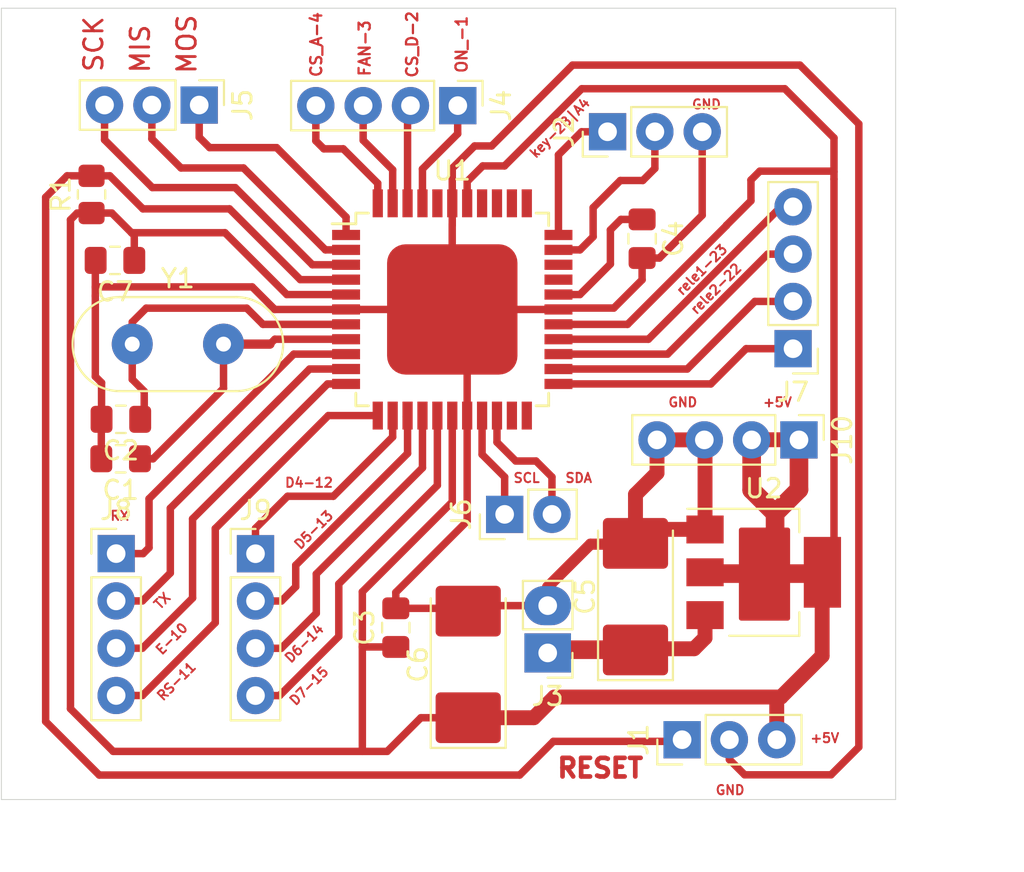
<source format=kicad_pcb>
(kicad_pcb (version 20211014) (generator pcbnew)
  (layers (0 "F.Cu" signal) (31 "B.Cu" signal) (34 "B.Paste" user) (35 "F.Paste" user) (36 "B.SilkS" user "B.Silkscreen") (37 "F.SilkS" user "F.Silkscreen") (38 "B.Mask" user) (39 "F.Mask" user) (44 "Edge.Cuts" user))
  (net 0 "")
  (net 1 "Net-(C1-Pad1)")
  (net 2 "GND")
  (net 3 "Net-(C2-Pad1)")
  (net 4 "+5V")
  (net 5 "Net-(C4-Pad1)")
  (net 6 "+12V")
  (net 7 "Net-(J7-Pad1)")
  (net 8 "RESET")
  (net 9 "Net-(U1-Pad30)")
  (net 10 "Net-(U1-Pad31)")
  (net 11 "Net-(U1-Pad34)")
  (net 12 "Net-(U1-Pad35)")
  (net 13 "Net-(U1-Pad36)")
  (net 14 "Net-(U1-Pad40)")
  (net 15 "Net-(J2-Pad2)")
  (net 16 "Net-(J7-Pad2)")
  (net 17 "Net-(U1-Pad21)")
  (net 18 "Net-(U1-Pad22)")
  (net 19 "Net-(U1-Pad37)")
  (net 20 "/TX")
  (net 21 "/RX")
  (net 22 "/MOSI")
  (net 23 "/MISO")
  (net 24 "/SCK")
  (net 25 "/KEY_-28|A4")
  (net 26 "/CS_A-4")
  (net 27 "/FAN-3")
  (net 28 "/CS_D-2")
  (net 29 "/ON_-1")
  (net 30 "/RELE_2-22")
  (net 31 "/RELE_1-23")
  (net 32 "/RS-11")
  (net 33 "/E-10")
  (net 34 "/D4-12")
  (net 35 "/D5-13")
  (net 36 "/D6-14")
  (net 37 "/D7-15")
  (net 38 "/SCL")
  (net 39 "/SDA")
  (footprint "Capacitor_SMD:C_0805_2012Metric_Pad1.18x1.45mm_HandSolder" (layer "F.Cu") (at 34.3916 -30.1205 -90)
    (fp_text reference "C4" (at 0 -1.68 90) (layer "F.SilkS"))
    (fp_text value "100n")
    (pad "1" smd roundrect locked (at -1.0375 0 270) (size 1.175 1.45) (layers "F.Cu" "F.Paste" "F.Mask") (roundrect_rratio 0.2127659574) (net 5 "Net-(C4-Pad1)"))
    (pad "2" smd roundrect locked (at 1.0375 0 270) (size 1.175 1.45) (layers "F.Cu" "F.Paste" "F.Mask") (roundrect_rratio 0.2127659574) (net 2 "GND"))
  )
  (footprint "Capacitor_SMD:C_0805_2012Metric_Pad1.18x1.45mm_HandSolder" (layer "F.Cu") (at 21.1709 -9.2329 90)
    (fp_text reference "C3" (at 0 -1.68 90) (layer "F.SilkS"))
    (fp_text value "100n")
    (pad "1" smd roundrect locked (at -1.0375 0 90) (size 1.175 1.45) (layers "F.Cu" "F.Paste" "F.Mask") (roundrect_rratio 0.2127659574) (net 4 "+5V"))
    (pad "2" smd roundrect locked (at 1.0375 0 90) (size 1.175 1.45) (layers "F.Cu" "F.Paste" "F.Mask") (roundrect_rratio 0.2127659574) (net 2 "GND"))
  )
  (footprint "Package_TO_SOT_SMD:SOT-223-3_TabPin2" (layer "F.Cu") (at 40.9194 -12.2047)
    (fp_text reference "U2" (at 0 -4.5) (layer "F.SilkS"))
    (fp_text value "AMS1117-5.0")
    (pad "1" smd rect locked (at -3.15 -2.3) (size 2 1.5) (layers "F.Cu" "F.Paste" "F.Mask") (net 2 "GND"))
    (pad "2" smd rect locked (at -3.15 0) (size 2 1.5) (layers "F.Cu" "F.Paste" "F.Mask") (net 4 "+5V"))
    (pad "2" smd rect locked (at 3.15 0) (size 2 3.8) (layers "F.Cu" "F.Paste" "F.Mask") (net 4 "+5V"))
    (pad "3" smd rect locked (at -3.15 2.3) (size 2 1.5) (layers "F.Cu" "F.Paste" "F.Mask") (net 6 "+12V"))
  )
  (footprint "Resistor_SMD:R_0805_2012Metric_Pad1.20x1.40mm_HandSolder" (layer "F.Cu") (at 4.8387 -32.4993 90)
    (fp_text reference "R1" (at 0 -1.65 90) (layer "F.SilkS"))
    (fp_text value "10k")
    (pad "1" smd roundrect locked (at -1 0 90) (size 1.2 1.4) (layers "F.Cu" "F.Paste" "F.Mask") (roundrect_rratio 0.2083325) (net 4 "+5V"))
    (pad "2" smd roundrect locked (at 1 0 90) (size 1.2 1.4) (layers "F.Cu" "F.Paste" "F.Mask") (roundrect_rratio 0.2083325) (net 8 "RESET"))
  )
  (footprint "Connector_PinHeader_2.54mm:PinHeader_1x02_P2.54mm_Vertical" (layer "F.Cu") (at 29.3243 -7.874 180)
    (fp_text reference "J3" (at 0 -2.33) (layer "F.SilkS"))
    (fp_text value "+12")
    (pad "1" thru_hole rect locked (at 0 0 180) (size 2.5 2.1) (drill 1) (layers *.Cu *.Mask) (net 6 "+12V"))
    (pad "2" thru_hole oval locked (at 0 2.54 180) (size 2.5 2.1) (drill 1) (layers *.Cu *.Mask) (net 2 "GND"))
  )
  (footprint "Capacitor_Tantalum_SMD:CP_EIA-7132-20_AVX-U_Pad2.72x3.50mm_HandSolder" (layer "F.Cu") (at 25.0571 -7.2567 90)
    (fp_text reference "C6" (at 0 -2.7 90) (layer "F.SilkS"))
    (fp_text value "47u")
    (pad "1" smd roundrect locked (at -2.8625 0 90) (size 2.725 3.5) (layers "F.Cu" "F.Paste" "F.Mask") (roundrect_rratio 0.09174275229) (net 4 "+5V"))
    (pad "2" smd roundrect locked (at 2.8625 0 90) (size 2.725 3.5) (layers "F.Cu" "F.Paste" "F.Mask") (roundrect_rratio 0.09174275229) (net 2 "GND"))
  )
  (footprint "Capacitor_Tantalum_SMD:CP_EIA-7132-20_AVX-U_Pad2.72x3.50mm_HandSolder" (layer "F.Cu") (at 34.036 -10.8966 90)
    (fp_text reference "C5" (at 0 -2.7 90) (layer "F.SilkS"))
    (fp_text value "47u")
    (pad "1" smd roundrect locked (at -2.8625 0 90) (size 2.725 3.5) (layers "F.Cu" "F.Paste" "F.Mask") (roundrect_rratio 0.09174275229) (net 6 "+12V"))
    (pad "2" smd roundrect locked (at 2.8625 0 90) (size 2.725 3.5) (layers "F.Cu" "F.Paste" "F.Mask") (roundrect_rratio 0.09174275229) (net 2 "GND"))
  )
  (footprint "Package_QFP:TQFP-44_10x10mm_P0.8mm" (layer "F.Cu") (at 24.2018 -26.3222)
    (fp_text reference "U1" (at 0 -7.45) (layer "F.SilkS"))
    (fp_text value "ATmega16A-AU")
    (pad "1" smd rect locked (at -5.7 -4) (size 1.5 0.55) (layers "F.Cu" "F.Paste" "F.Mask") (net 22 "/MOSI"))
    (pad "2" smd rect locked (at -5.7 -3.2) (size 1.5 0.55) (layers "F.Cu" "F.Paste" "F.Mask") (net 23 "/MISO"))
    (pad "3" smd rect locked (at -5.7 -2.4) (size 1.5 0.55) (layers "F.Cu" "F.Paste" "F.Mask") (net 24 "/SCK"))
    (pad "4" smd rect locked (at -5.7 -1.6) (size 1.5 0.55) (layers "F.Cu" "F.Paste" "F.Mask") (net 8 "RESET"))
    (pad "5" smd rect locked (at -5.7 -0.8) (size 1.5 0.55) (layers "F.Cu" "F.Paste" "F.Mask") (net 4 "+5V"))
    (pad "6" smd rect locked (at -5.7 0) (size 1.5 0.55) (layers "F.Cu" "F.Paste" "F.Mask") (net 2 "GND"))
    (pad "7" smd rect locked (at -5.7 0.8) (size 1.5 0.55) (layers "F.Cu" "F.Paste" "F.Mask") (net 3 "Net-(C2-Pad1)"))
    (pad "8" smd rect locked (at -5.7 1.6) (size 1.5 0.55) (layers "F.Cu" "F.Paste" "F.Mask") (net 1 "Net-(C1-Pad1)"))
    (pad "9" smd rect locked (at -5.7 2.4) (size 1.5 0.55) (layers "F.Cu" "F.Paste" "F.Mask") (net 21 "/RX"))
    (pad "10" smd rect locked (at -5.7 3.2) (size 1.5 0.55) (layers "F.Cu" "F.Paste" "F.Mask") (net 20 "/TX"))
    (pad "11" smd rect locked (at -5.7 4) (size 1.5 0.55) (layers "F.Cu" "F.Paste" "F.Mask") (net 33 "/E-10"))
    (pad "12" smd rect locked (at -4 5.7 90) (size 1.5 0.55) (layers "F.Cu" "F.Paste" "F.Mask") (net 32 "/RS-11"))
    (pad "13" smd rect locked (at -3.2 5.7 90) (size 1.5 0.55) (layers "F.Cu" "F.Paste" "F.Mask") (net 34 "/D4-12"))
    (pad "14" smd rect locked (at -2.4 5.7 90) (size 1.5 0.55) (layers "F.Cu" "F.Paste" "F.Mask") (net 35 "/D5-13"))
    (pad "15" smd rect locked (at -1.6 5.7 90) (size 1.5 0.55) (layers "F.Cu" "F.Paste" "F.Mask") (net 36 "/D6-14"))
    (pad "16" smd rect locked (at -0.8 5.7 90) (size 1.5 0.55) (layers "F.Cu" "F.Paste" "F.Mask") (net 37 "/D7-15"))
    (pad "17" smd rect locked (at 0 5.7 90) (size 1.5 0.55) (layers "F.Cu" "F.Paste" "F.Mask") (net 4 "+5V"))
    (pad "18" smd rect locked (at 0.8 5.7 90) (size 1.5 0.55) (layers "F.Cu" "F.Paste" "F.Mask") (net 2 "GND"))
    (pad "19" smd rect locked (at 1.6 5.7 90) (size 1.5 0.55) (layers "F.Cu" "F.Paste" "F.Mask") (net 38 "/SCL"))
    (pad "20" smd rect locked (at 2.4 5.7 90) (size 1.5 0.55) (layers "F.Cu" "F.Paste" "F.Mask") (net 39 "/SDA"))
    (pad "21" smd rect locked (at 3.2 5.7 90) (size 1.5 0.55) (layers "F.Cu" "F.Paste" "F.Mask") (net 17 "Net-(U1-Pad21)"))
    (pad "22" smd rect locked (at 4 5.7 90) (size 1.5 0.55) (layers "F.Cu" "F.Paste" "F.Mask") (net 18 "Net-(U1-Pad22)"))
    (pad "23" smd rect locked (at 5.7 4) (size 1.5 0.55) (layers "F.Cu" "F.Paste" "F.Mask") (net 7 "Net-(J7-Pad1)"))
    (pad "24" smd rect locked (at 5.7 3.2) (size 1.5 0.55) (layers "F.Cu" "F.Paste" "F.Mask") (net 16 "Net-(J7-Pad2)"))
    (pad "25" smd rect locked (at 5.7 2.4) (size 1.5 0.55) (layers "F.Cu" "F.Paste" "F.Mask") (net 30 "/RELE_2-22"))
    (pad "26" smd rect locked (at 5.7 1.6) (size 1.5 0.55) (layers "F.Cu" "F.Paste" "F.Mask") (net 31 "/RELE_1-23"))
    (pad "27" smd rect locked (at 5.7 0.8) (size 1.5 0.55) (layers "F.Cu" "F.Paste" "F.Mask") (net 4 "+5V"))
    (pad "28" smd rect locked (at 5.7 0) (size 1.5 0.55) (layers "F.Cu" "F.Paste" "F.Mask") (net 2 "GND"))
    (pad "29" smd rect locked (at 5.7 -0.8) (size 1.5 0.55) (layers "F.Cu" "F.Paste" "F.Mask") (net 5 "Net-(C4-Pad1)"))
    (pad "30" smd rect locked (at 5.7 -1.6) (size 1.5 0.55) (layers "F.Cu" "F.Paste" "F.Mask") (net 9 "Net-(U1-Pad30)"))
    (pad "31" smd rect locked (at 5.7 -2.4) (size 1.5 0.55) (layers "F.Cu" "F.Paste" "F.Mask") (net 10 "Net-(U1-Pad31)"))
    (pad "32" smd rect locked (at 5.7 -3.2) (size 1.5 0.55) (layers "F.Cu" "F.Paste" "F.Mask") (net 15 "Net-(J2-Pad2)"))
    (pad "33" smd rect locked (at 5.7 -4) (size 1.5 0.55) (layers "F.Cu" "F.Paste" "F.Mask") (net 25 "/KEY_-28|A4"))
    (pad "34" smd rect locked (at 4 -5.7 90) (size 1.5 0.55) (layers "F.Cu" "F.Paste" "F.Mask") (net 11 "Net-(U1-Pad34)"))
    (pad "35" smd rect locked (at 3.2 -5.7 90) (size 1.5 0.55) (layers "F.Cu" "F.Paste" "F.Mask") (net 12 "Net-(U1-Pad35)"))
    (pad "36" smd rect locked (at 2.4 -5.7 90) (size 1.5 0.55) (layers "F.Cu" "F.Paste" "F.Mask") (net 13 "Net-(U1-Pad36)"))
    (pad "37" smd rect locked (at 1.6 -5.7 90) (size 1.5 0.55) (layers "F.Cu" "F.Paste" "F.Mask") (net 19 "Net-(U1-Pad37)"))
    (pad "38" smd rect locked (at 0.8 -5.7 90) (size 1.5 0.55) (layers "F.Cu" "F.Paste" "F.Mask") (net 4 "+5V"))
    (pad "39" smd rect locked (at 0 -5.7 90) (size 1.5 0.55) (layers "F.Cu" "F.Paste" "F.Mask") (net 2 "GND"))
    (pad "40" smd rect locked (at -0.8 -5.7 90) (size 1.5 0.55) (layers "F.Cu" "F.Paste" "F.Mask") (net 14 "Net-(U1-Pad40)"))
    (pad "41" smd rect locked (at -1.6 -5.7 90) (size 1.5 0.55) (layers "F.Cu" "F.Paste" "F.Mask") (net 29 "/ON_-1"))
    (pad "42" smd rect locked (at -2.4 -5.7 90) (size 1.5 0.55) (layers "F.Cu" "F.Paste" "F.Mask") (net 28 "/CS_D-2"))
    (pad "43" smd rect locked (at -3.2 -5.7 90) (size 1.5 0.55) (layers "F.Cu" "F.Paste" "F.Mask") (net 27 "/FAN-3"))
    (pad "44" smd rect locked (at -4 -5.7 90) (size 1.5 0.55) (layers "F.Cu" "F.Paste" "F.Mask") (net 26 "/CS_A-4"))
  )
  (footprint "Connector_PinHeader_2.54mm:PinHeader_1x04_P2.54mm_Vertical" (layer "F.Cu") (at 24.4983 -37.2693 -90)
    (fp_text reference "J4" (at 0 -2.33 90) (layer "F.SilkS"))
    (fp_text value "CS_FAN_ONOFF")
    (pad "1" thru_hole rect locked (at 0 0 270) (size 2 2) (drill 1) (layers *.Cu *.Mask) (net 29 "/ON_-1"))
    (pad "2" thru_hole oval locked (at 0 2.54 270) (size 2 2) (drill 1) (layers *.Cu *.Mask) (net 28 "/CS_D-2"))
    (pad "3" thru_hole oval locked (at 0 5.08 270) (size 2 2) (drill 1) (layers *.Cu *.Mask) (net 27 "/FAN-3"))
    (pad "4" thru_hole oval locked (at 0 7.62 270) (size 2 2) (drill 1) (layers *.Cu *.Mask) (net 26 "/CS_A-4"))
  )
  (footprint "Connector_PinHeader_2.54mm:PinHeader_1x02_P2.54mm_Vertical" (layer "F.Cu") (at 27.0129 -15.3162 90)
    (fp_text reference "J6" (at 0 -2.33 90) (layer "F.SilkS"))
    (fp_text value "I2C")
    (pad "1" thru_hole rect locked (at 0 0 90) (size 2 2) (drill 1) (layers *.Cu *.Mask) (net 38 "/SCL"))
    (pad "2" thru_hole oval locked (at 0 2.54 90) (size 2 2) (drill 1) (layers *.Cu *.Mask) (net 39 "/SDA"))
  )
  (footprint "Connector_PinHeader_2.54mm:PinHeader_1x04_P2.54mm_Vertical" (layer "F.Cu") (at 42.4942 -24.2137 180)
    (fp_text reference "J7" (at 0 -2.33) (layer "F.SilkS"))
    (fp_text value "RELE_T")
    (pad "1" thru_hole rect locked (at 0 0 180) (size 2 2) (drill 1) (layers *.Cu *.Mask) (net 7 "Net-(J7-Pad1)"))
    (pad "2" thru_hole oval locked (at 0 2.54 180) (size 2 2) (drill 1) (layers *.Cu *.Mask) (net 16 "Net-(J7-Pad2)"))
    (pad "3" thru_hole oval locked (at 0 5.08 180) (size 2 2) (drill 1) (layers *.Cu *.Mask) (net 30 "/RELE_2-22"))
    (pad "4" thru_hole oval locked (at 0 7.62 180) (size 2 2) (drill 1) (layers *.Cu *.Mask) (net 31 "/RELE_1-23"))
  )
  (footprint "Connector_PinHeader_2.54mm:PinHeader_1x04_P2.54mm_Vertical" (layer "F.Cu") (at 6.1595 -13.208)
    (fp_text reference "J8" (at 0 -2.33) (layer "F.SilkS"))
    (fp_text value "RxTx/Display_1")
    (pad "1" thru_hole rect locked (at 0 0) (size 2 2) (drill 1) (layers *.Cu *.Mask) (net 21 "/RX"))
    (pad "2" thru_hole oval locked (at 0 2.54) (size 2 2) (drill 1) (layers *.Cu *.Mask) (net 20 "/TX"))
    (pad "3" thru_hole oval locked (at 0 5.08) (size 2 2) (drill 1) (layers *.Cu *.Mask) (net 33 "/E-10"))
    (pad "4" thru_hole oval locked (at 0 7.62) (size 2 2) (drill 1) (layers *.Cu *.Mask) (net 32 "/RS-11"))
  )
  (footprint "Connector_PinHeader_2.54mm:PinHeader_1x04_P2.54mm_Vertical" (layer "F.Cu") (at 42.8117 -19.3167 -90)
    (fp_text reference "J10" (at 0 -2.33 90) (layer "F.SilkS"))
    (fp_text value "+5_GND")
    (pad "1" thru_hole rect locked (at 0 0 270) (size 2 2) (drill 1) (layers *.Cu *.Mask) (net 4 "+5V"))
    (pad "2" thru_hole oval locked (at 0 2.54 270) (size 2 2) (drill 1) (layers *.Cu *.Mask) (net 4 "+5V"))
    (pad "3" thru_hole oval locked (at 0 5.08 270) (size 2 2) (drill 1) (layers *.Cu *.Mask) (net 2 "GND"))
    (pad "4" thru_hole oval locked (at 0 7.62 270) (size 2 2) (drill 1) (layers *.Cu *.Mask) (net 2 "GND"))
  )
  (footprint "Connector_PinHeader_2.54mm:PinHeader_1x03_P2.54mm_Vertical" (layer "F.Cu") (at 10.6172 -37.2999 -90)
    (fp_text reference "J5" (at 0 -2.33 90) (layer "F.SilkS"))
    (fp_text value "SPI")
    (pad "1" thru_hole rect locked (at 0 0 270) (size 2 2) (drill 1) (layers *.Cu *.Mask) (net 22 "/MOSI"))
    (pad "2" thru_hole oval locked (at 0 2.54 270) (size 2 2) (drill 1) (layers *.Cu *.Mask) (net 23 "/MISO"))
    (pad "3" thru_hole oval locked (at 0 5.08 270) (size 2 2) (drill 1) (layers *.Cu *.Mask) (net 24 "/SCK"))
  )
  (footprint "Connector_PinHeader_2.54mm:PinHeader_1x03_P2.54mm_Vertical" (layer "F.Cu") (at 36.5379 -3.2131 90)
    (fp_text reference "J1" (at 0 -2.33 90) (layer "F.SilkS"))
    (fp_text value "RESET")
    (pad "1" thru_hole rect locked (at 0 0 90) (size 2 2) (drill 1) (layers *.Cu *.Mask) (net 8 "RESET"))
    (pad "2" thru_hole oval locked (at 0 2.54 90) (size 2 2) (drill 1) (layers *.Cu *.Mask) (net 2 "GND"))
    (pad "3" thru_hole oval locked (at 0 5.08 90) (size 2 2) (drill 1) (layers *.Cu *.Mask) (net 4 "+5V"))
  )
  (footprint "Connector_PinHeader_2.54mm:PinHeader_1x04_P2.54mm_Vertical" (layer "F.Cu") (at 13.6398 -13.2028)
    (fp_text reference "J9" (at 0 -2.33) (layer "F.SilkS"))
    (fp_text value "Display_2")
    (pad "1" thru_hole rect locked (at 0 0) (size 2 2) (drill 1) (layers *.Cu *.Mask) (net 34 "/D4-12"))
    (pad "2" thru_hole oval locked (at 0 2.54) (size 2 2) (drill 1) (layers *.Cu *.Mask) (net 35 "/D5-13"))
    (pad "3" thru_hole oval locked (at 0 5.08) (size 2 2) (drill 1) (layers *.Cu *.Mask) (net 36 "/D6-14"))
    (pad "4" thru_hole oval locked (at 0 7.62) (size 2 2) (drill 1) (layers *.Cu *.Mask) (net 37 "/D7-15"))
  )
  (footprint "Connector_PinHeader_2.54mm:PinHeader_1x03_P2.54mm_Vertical" (layer "F.Cu") (at 32.5374 -35.8648 90)
    (fp_text reference "J2" (at 0 -2.33 90) (layer "F.SilkS"))
    (fp_text value "Analog")
    (pad "1" thru_hole rect locked (at 0 0 90) (size 2 2) (drill 1) (layers *.Cu *.Mask) (net 25 "/KEY_-28|A4"))
    (pad "2" thru_hole oval locked (at 0 2.54 90) (size 2 2) (drill 1) (layers *.Cu *.Mask) (net 15 "Net-(J2-Pad2)"))
    (pad "3" thru_hole oval locked (at 0 5.08 90) (size 2 2) (drill 1) (layers *.Cu *.Mask) (net 2 "GND"))
  )
  (footprint "Capacitor_SMD:C_0805_2012Metric_Pad1.18x1.45mm_HandSolder" (layer "F.Cu") (at 6.096 -28.956 180)
    (fp_text reference "C7" (at 0 -1.68) (layer "F.SilkS"))
    (fp_text value "100n")
    (pad "1" smd roundrect locked (at -1.0375 0 180) (size 1.175 1.45) (layers "F.Cu" "F.Paste" "F.Mask") (roundrect_rratio 0.2127659574) (net 4 "+5V"))
    (pad "2" smd roundrect locked (at 1.0375 0 180) (size 1.175 1.45) (layers "F.Cu" "F.Paste" "F.Mask") (roundrect_rratio 0.2127659574) (net 2 "GND"))
  )
  (footprint "Capacitor_SMD:C_0805_2012Metric_Pad1.18x1.45mm_HandSolder" (layer "F.Cu") (at 6.4008 -18.3007 180)
    (fp_text reference "C1" (at 0 -1.68) (layer "F.SilkS"))
    (fp_text value "20p")
    (pad "1" smd roundrect locked (at -1.0375 0 180) (size 1.175 1.45) (layers "F.Cu" "F.Paste" "F.Mask") (roundrect_rratio 0.2127659574) (net 1 "Net-(C1-Pad1)"))
    (pad "2" smd roundrect locked (at 1.0375 0 180) (size 1.175 1.45) (layers "F.Cu" "F.Paste" "F.Mask") (roundrect_rratio 0.2127659574) (net 2 "GND"))
  )
  (footprint "Capacitor_SMD:C_0805_2012Metric_Pad1.18x1.45mm_HandSolder" (layer "F.Cu") (at 6.4135 -20.4216 180)
    (fp_text reference "C2" (at 0 -1.68) (layer "F.SilkS"))
    (fp_text value "20p")
    (pad "1" smd roundrect locked (at -1.0375 0 180) (size 1.175 1.45) (layers "F.Cu" "F.Paste" "F.Mask") (roundrect_rratio 0.2127659574) (net 3 "Net-(C2-Pad1)"))
    (pad "2" smd roundrect locked (at 1.0375 0 180) (size 1.175 1.45) (layers "F.Cu" "F.Paste" "F.Mask") (roundrect_rratio 0.2127659574) (net 2 "GND"))
  )
  (footprint "Crystal:Crystal_HC18-U_Vertical" (layer "F.Cu") (at 7.0231 -24.4602)
    (fp_text reference "Y1" (at 2.45 -3.525) (layer "F.SilkS"))
    (fp_text value "Crystal")
    (pad "1" thru_hole circle locked (at 0 0) (size 2.2 2.2) (drill 0.8) (layers *.Cu *.Mask) (net 3 "Net-(C2-Pad1)"))
    (pad "2" thru_hole circle locked (at 4.9 0) (size 2.2 2.2) (drill 0.8) (layers *.Cu *.Mask) (net 1 "Net-(C1-Pad1)"))
  )
  (gr_line (start 0 -42.5) (end 48 -42.5) (layer "Edge.Cuts") (width 0.05))
  (gr_line (start 48 0) (end 48 -42.5) (layer "Edge.Cuts") (width 0.05))
  (gr_line (start 0 -42.5) (end 0 0) (layer "Edge.Cuts") (width 0.05))
  (gr_line (start 0 0) (end 48 0) (layer "Edge.Cuts") (width 0.05))
  (gr_text "MOS" (at 9.9518 -40.5722 90) (layer "F.Cu") (effects (font (size 1 1))))
  (gr_text "CS_D-2\n" (at 22.0472 -40.5586 90) (layer "F.Cu") (effects (font (size 0.6 0.6) (thickness 0.12))))
  (gr_text "ON_-1" (at 24.7015 -40.5586 90) (layer "F.Cu") (effects (font (size 0.6 0.6) (thickness 0.12))))
  (gr_text "GND" (at 37.846 -37.338) (layer "F.Cu") (effects (font (size 0.5 0.5) (thickness 0.1))))
  (gr_text "GND" (at 36.576 -21.336) (layer "F.Cu") (effects (font (size 0.5 0.5) (thickness 0.1))))
  (gr_text "+5V" (at 41.656 -21.336) (layer "F.Cu") (effects (font (size 0.5 0.5) (thickness 0.1))))
  (gr_text "+5V" (at 44.196 -3.302) (layer "F.Cu") (effects (font (size 0.5 0.5) (thickness 0.1))))
  (gr_text "D7-15" (at 16.51 -6.096 45) (layer "F.Cu") (effects (font (size 0.5 0.5) (thickness 0.1))))
  (gr_text "RS-11" (at 9.398 -6.35 45) (layer "F.Cu") (effects (font (size 0.5 0.5) (thickness 0.1))))
  (gr_text "E-10" (at 9.144 -8.636 45) (layer "F.Cu") (effects (font (size 0.5 0.5) (thickness 0.1))))
  (gr_text "D6-14" (at 16.256 -8.382 45) (layer "F.Cu") (effects (font (size 0.5 0.5) (thickness 0.1))))
  (gr_text "D5-13" (at 16.764 -14.478 45) (layer "F.Cu") (effects (font (size 0.5 0.5) (thickness 0.1))))
  (gr_text "TX" (at 8.636 -10.668 45) (layer "F.Cu") (effects (font (size 0.5 0.5) (thickness 0.1))))
  (gr_text "RX" (at 6.35 -15.24) (layer "F.Cu") (effects (font (size 0.5 0.5) (thickness 0.1))))
  (gr_text "rele1-23" (at 37.592 -28.448 45) (layer "F.Cu") (effects (font (size 0.5 0.5) (thickness 0.1))))
  (gr_text "rele2-22" (at 38.354 -27.432 45) (layer "F.Cu") (effects (font (size 0.5 0.5) (thickness 0.1))))
  (gr_text "MIS" (at 7.4518 -40.3222 90) (layer "F.Cu") (effects (font (size 1 1))))
  (gr_text "key-28|A4" (at 29.972 -36.068 45) (layer "F.Cu") (effects (font (size 0.5 0.5) (thickness 0.1))))
  (gr_text "CS_A-4\n" (at 16.9 -40.55 90) (layer "F.Cu") (effects (font (size 0.6 0.6) (thickness 0.12))))
  (gr_text "SDA" (at 30.988 -17.272) (layer "F.Cu") (effects (font (size 0.5 0.5) (thickness 0.1))))
  (gr_text "SCK" (at 4.9518 -40.5722 90) (layer "F.Cu") (effects (font (size 1 1))))
  (gr_text "SCL" (at 28.194 -17.272) (layer "F.Cu") (effects (font (size 0.5 0.5) (thickness 0.1))))
  (gr_text "FAN-3" (at 19.5 -40.35 90) (layer "F.Cu") (effects (font (size 0.6 0.6) (thickness 0.12))))
  (gr_text "D4-12" (at 16.51 -17.018) (layer "F.Cu") (effects (font (size 0.5 0.5) (thickness 0.1))))
  (gr_text "GND" (at 39.116 -0.508) (layer "F.Cu") (effects (font (size 0.5 0.5) (thickness 0.1))))
  (gr_text "RESET" (at 32.1437 -1.6891) (layer "F.Cu") (effects (font (size 1 1) (thickness 0.25))))
  (segment (start 8.1407 -18.3007) (end 11.9231 -22.0831) (width 0.4) (layer "F.Cu") (net 1))
  (segment (start 18.5018 -24.7222) (end 14.6765 -24.7222) (width 0.4) (layer "F.Cu") (net 1))
  (segment (start 12.1851 -24.7222) (end 11.9231 -24.4602) (width 0.4) (layer "F.Cu") (net 1))
  (segment (start 14.4145 -24.4602) (end 11.9231 -24.4602) (width 0.5) (layer "F.Cu") (net 1))
  (segment (start 7.4383 -18.3007) (end 8.1407 -18.3007) (width 0.4) (layer "F.Cu") (net 1))
  (segment (start 11.9231 -22.0831) (end 11.9231 -24.4602) (width 0.4) (layer "F.Cu") (net 1))
  (segment (start 14.6765 -24.7222) (end 14.4145 -24.4602) (width 0.4) (layer "F.Cu") (net 1))
  (segment (start 25.0018 -26.234) (end 25.09 -26.3222) (width 0.4) (layer "F.Cu") (net 2))
  (segment (start 18.5018 -26.3222) (end 24.1992 -26.3222) (width 0.4) (layer "F.Cu") (net 2))
  (segment (start 24.2018 -30.8722) (end 24.1992 -30.8696) (width 0.4) (layer "F.Cu") (net 2))
  (segment (start 25.09 -26.3222) (end 29.9018 -26.3222) (width 0.4) (layer "F.Cu") (net 2))
  (segment (start 24.1992 -30.8696) (end 24.1992 -26.3222) (width 0.4) (layer "F.Cu") (net 2))
  (segment (start 24.1992 -26.3222) (end 25.09 -26.3222) (width 0.4) (layer "F.Cu") (net 2))
  (segment (start 25.0018 -20.6222) (end 25.0018 -26.234) (width 0.4) (layer "F.Cu") (net 2))
  (segment (start 24.2018 -32.0222) (end 24.2018 -30.8722) (width 0.4) (layer "F.Cu") (net 2))
  (segment (start 37.7694 -19.279) (end 37.7317 -19.3167) (width 0.8) (layer "F.Cu") (net 2))
  (segment (start 35.1917 -17.5387) (end 35.1917 -19.3167) (width 0.8) (layer "F.Cu") (net 2))
  (segment (start 21.1709 -11.1252) (end 21.1709 -10.2704) (width 0.4) (layer "F.Cu") (net 2))
  (segment (start 39.0779 -2.1463) (end 39.0779 -3.2131) (width 0.4) (layer "F.Cu") (net 2))
  (segment (start 5.0546 -27.5336) (end 5.0419 -27.5209) (width 0.4) (layer "F.Cu") (net 2))
  (segment (start 29.3243 -10.414) (end 29.3243 -11.4173) (width 0.6) (layer "F.Cu") (net 2))
  (segment (start 24.2018 -33.9046) (end 25.4 -35.1028) (width 0.4) (layer "F.Cu") (net 2))
  (segment (start 35.7017 -14.5102) (end 35.0139 -13.8224) (width 0.4) (layer "F.Cu") (net 2))
  (segment (start 29.9018 -26.3222) (end 29.9018 -26.3331) (width 0.4) (layer "F.Cu") (net 2))
  (segment (start 5.0419 -22.7203) (end 5.376 -22.3862) (width 0.4) (layer "F.Cu") (net 2))
  (segment (start 34.3916 -27.9146) (end 34.3916 -29.083) (width 0.4) (layer "F.Cu") (net 2))
  (segment (start 34.3916 -29.083) (end 35.3187 -29.083) (width 0.4) (layer "F.Cu") (net 2))
  (segment (start 30.461199 -26.397199) (end 32.874199 -26.397199) (width 0.4) (layer "F.Cu") (net 2))
  (segment (start 5.0419 -27.051) (end 5.0419 -22.7203) (width 0.4) (layer "F.Cu") (net 2))
  (segment (start 29.3243 -10.414) (end 25.3519 -10.414) (width 0.4) (layer "F.Cu") (net 2))
  (segment (start 30.3862 -26.3222) (end 30.461199 -26.397199) (width 0.4) (layer "F.Cu") (net 2))
  (segment (start 25.0018 -14.9561) (end 21.1709 -11.1252) (width 0.4) (layer "F.Cu") (net 2))
  (segment (start 32.874199 -26.397199) (end 34.3916 -27.9146) (width 0.4) (layer "F.Cu") (net 2))
  (segment (start 39.8959 -1.3283) (end 39.0779 -2.1463) (width 0.4) (layer "F.Cu") (net 2))
  (segment (start 5.376 -20.4216) (end 5.4483 -20.4939) (width 0.4) (layer "F.Cu") (net 2))
  (segment (start 18.5018 -26.3222) (end 14.6734 -26.3222) (width 0.4) (layer "F.Cu") (net 2))
  (segment (start 24.2018 -32.0222) (end 24.2018 -33.9046) (width 0.4) (layer "F.Cu") (net 2))
  (segment (start 14.6734 -26.3222) (end 13.462 -27.5336) (width 0.4) (layer "F.Cu") (net 2))
  (segment (start 37.7317 -19.3167) (end 35.1917 -19.3167) (width 0.8) (layer "F.Cu") (net 2))
  (segment (start 35.7017 -14.5102) (end 37.7639 -14.5102) (width 0.8) (layer "F.Cu") (net 2))
  (segment (start 35.3187 -29.083) (end 37.6174 -31.3817) (width 0.4) (layer "F.Cu") (net 2))
  (segment (start 25.4 -35.1028) (end 26.3144 -35.1028) (width 0.4) (layer "F.Cu") (net 2))
  (segment (start 5.3633 -18.3007) (end 5.3633 -20.4089) (width 0.4) (layer "F.Cu") (net 2))
  (segment (start 34.9075 -13.716) (end 35.0139 -13.8224) (width 0.6) (layer "F.Cu") (net 2))
  (segment (start 26.3144 -35.1028) (end 30.6578 -39.4462) (width 0.4) (layer "F.Cu") (net 2))
  (segment (start 24.9059 -10.2704) (end 25.0571 -10.1192) (width 0.4) (layer "F.Cu") (net 2))
  (segment (start 37.7639 -14.5102) (end 37.7694 -14.5047) (width 0.8) (layer "F.Cu") (net 2))
  (segment (start 30.6578 -39.4462) (end 42.8625 -39.4462) (width 0.4) (layer "F.Cu") (net 2))
  (segment (start 25.0018 -20.6222) (end 25.0018 -14.9561) (width 0.4) (layer "F.Cu") (net 2))
  (segment (start 44.5337 -1.3283) (end 39.8959 -1.3283) (width 0.4) (layer "F.Cu") (net 2))
  (segment (start 42.8625 -39.4462) (end 46.0248 -36.2839) (width 0.4) (layer "F.Cu") (net 2))
  (segment (start 5.376 -22.3862) (end 5.376 -20.4216) (width 0.4) (layer "F.Cu") (net 2))
  (segment (start 34.036 -13.7591) (end 34.036 -16.383) (width 0.8) (layer "F.Cu") (net 2))
  (segment (start 5.0419 -27.051) (end 5.0419 -28.9394) (width 0.4) (layer "F.Cu") (net 2))
  (segment (start 46.0248 -2.8194) (end 44.5337 -1.3283) (width 0.4) (layer "F.Cu") (net 2))
  (segment (start 34.036 -16.383) (end 35.1917 -17.5387) (width 0.8) (layer "F.Cu") (net 2))
  (segment (start 21.1709 -10.2704) (end 24.9059 -10.2704) (width 0.4) (layer "F.Cu") (net 2))
  (segment (start 46.0248 -36.2839) (end 46.0248 -2.8194) (width 0.4) (layer "F.Cu") (net 2))
  (segment (start 5.0419 -28.9394) (end 5.0585 -28.956) (width 0.4) (layer "F.Cu") (net 2))
  (segment (start 29.3243 -11.4173) (end 31.623 -13.716) (width 0.6) (layer "F.Cu") (net 2))
  (segment (start 13.462 -27.5336) (end 5.0546 -27.5336) (width 0.4) (layer "F.Cu") (net 2))
  (segment (start 29.9018 -26.3222) (end 30.3862 -26.3222) (width 0.4) (layer "F.Cu") (net 2))
  (segment (start 37.7694 -14.5047) (end 37.7694 -19.279) (width 0.8) (layer "F.Cu") (net 2))
  (segment (start 37.6174 -31.3817) (end 37.6174 -35.8648) (width 0.4) (layer "F.Cu") (net 2))
  (segment (start 29.9018 -26.3331) (end 29.965899 -26.397199) (width 0.4) (layer "F.Cu") (net 2))
  (segment (start 25.3519 -10.414) (end 25.0571 -10.1192) (width 0.4) (layer "F.Cu") (net 2))
  (segment (start 31.623 -13.716) (end 34.9075 -13.716) (width 0.6) (layer "F.Cu") (net 2))
  (segment (start 7.7724 -26.3906) (end 7.0231 -25.6413) (width 0.4) (layer "F.Cu") (net 3))
  (segment (start 14.0383 -25.5222) (end 13.1699 -26.3906) (width 0.4) (layer "F.Cu") (net 3))
  (segment (start 7.6669 -21.9241) (end 7.0231 -22.5679) (width 0.4) (layer "F.Cu") (net 3))
  (segment (start 7.0231 -22.5679) (end 7.0231 -24.4602) (width 0.4) (layer "F.Cu") (net 3))
  (segment (start 7.6669 -20.5359) (end 7.6669 -21.9241) (width 0.4) (layer "F.Cu") (net 3))
  (segment (start 13.1699 -26.3906) (end 7.7724 -26.3906) (width 0.4) (layer "F.Cu") (net 3))
  (segment (start 7.0231 -25.6413) (end 7.0231 -24.4602) (width 0.4) (layer "F.Cu") (net 3))
  (segment (start 18.5018 -25.5222) (end 14.0383 -25.5222) (width 0.4) (layer "F.Cu") (net 3))
  (segment (start 22.5171 -4.3942) (end 20.7085 -2.5856) (width 0.4) (layer "F.Cu") (net 4))
  (segment (start 28.575 -4.3942) (end 29.6868 -5.506) (width 0.8) (layer "F.Cu") (net 4))
  (segment (start 41.8459 -5.506) (end 44.0563 -7.7164) (width 0.8) (layer "F.Cu") (net 4))
  (segment (start 41.7634 -5.506) (end 41.8459 -5.506) (width 0.8) (layer "F.Cu") (net 4))
  (segment (start 25.0571 -4.3942) (end 28.575 -4.3942) (width 0.8) (layer "F.Cu") (net 4))
  (segment (start 40.2717 -19.3167) (end 40.2717 -16.6243) (width 1) (layer "F.Cu") (net 4))
  (segment (start 41.6179 -5.3605) (end 41.6179 -3.2131) (width 0.8) (layer "F.Cu") (net 4))
  (segment (start 29.6868 -5.506) (end 41.8459 -5.506) (width 0.8) (layer "F.Cu") (net 4))
  (segment (start 33.6121 -25.5222) (end 38.9203 -30.8304) (width 0.4) (layer "F.Cu") (net 4))
  (segment (start 24.2018 -15.9849) (end 19.375 -11.1581) (width 0.4) (layer "F.Cu") (net 4))
  (segment (start 29.9018 -25.5222) (end 33.6121 -25.5222) (width 0.4) (layer "F.Cu") (net 4))
  (segment (start 42.8048 -19.3236) (end 40.2786 -19.3236) (width 0.8) (layer "F.Cu") (net 4))
  (segment (start 42.8117 -16.6497) (end 42.8117 -19.3167) (width 1) (layer "F.Cu") (net 4))
  (segment (start 44.0694 -12.2047) (end 44.6913 -12.8266) (width 0.4) (layer "F.Cu") (net 4))
  (segment (start 25.0571 -4.3942) (end 22.5171 -4.3942) (width 0.4) (layer "F.Cu") (net 4))
  (segment (start 41.529 -15.367) (end 41.529 -12.192) (width 1) (layer "F.Cu") (net 4))
  (segment (start 44.6602 -33.7496) (end 44.6913 -33.7185) (width 0.4) (layer "F.Cu") (net 4))
  (segment (start 24.2018 -20.6222) (end 24.2018 -15.9849) (width 0.4) (layer "F.Cu") (net 4))
  (segment (start 44.0563 -12.1916) (end 44.0694 -12.2047) (width 0.8) (layer "F.Cu") (net 4))
  (segment (start 15.3212 -27.1222) (end 18.5018 -27.1222) (width 0.4) (layer "F.Cu") (net 4))
  (segment (start 25.0018 -33.1933) (end 25.0018 -32.0222) (width 0.4) (layer "F.Cu") (net 4))
  (segment (start 44.0563 -7.7164) (end 44.0563 -12.1916) (width 0.8) (layer "F.Cu") (net 4))
  (segment (start 38.9203 -30.8304) (end 38.9203 -30.8431) (width 0.4) (layer "F.Cu") (net 4))
  (segment (start 40.2336 -32.1564) (end 40.2336 -33.274) (width 0.4) (layer "F.Cu") (net 4))
  (segment (start 41.529 -15.367) (end 42.8117 -16.6497) (width 1) (layer "F.Cu") (net 4))
  (segment (start 25.8393 -34.0308) (end 25.0018 -33.1933) (width 0.4) (layer "F.Cu") (net 4))
  (segment (start 40.2786 -19.3236) (end 40.2717 -19.3167) (width 0.8) (layer "F.Cu") (net 4))
  (segment (start 41.7634 -5.506) (end 41.6179 -5.3605) (width 0.8) (layer "F.Cu") (net 4))
  (segment (start 44.6913 -12.8266) (end 44.6913 -33.3235) (width 0.4) (layer "F.Cu") (net 4))
  (segment (start 20.7085 -2.5856) (end 5.9996 -2.5856) (width 0.4) (layer "F.Cu") (net 4))
  (segment (start 5.9276 -31.4993) (end 6.985 -30.4419) (width 0.4) (layer "F.Cu") (net 4))
  (segment (start 43.9987 -12.134) (end 44.0694 -12.2047) (width 1) (layer "F.Cu") (net 4))
  (segment (start 3.7084 -31.1404) (end 4.0673 -31.4993) (width 0.4) (layer "F.Cu") (net 4))
  (segment (start 38.9203 -30.8431) (end 40.2336 -32.1564) (width 0.4) (layer "F.Cu") (net 4))
  (segment (start 19.375 -11.1581) (end 19.375 -8.199) (width 0.4) (layer "F.Cu") (net 4))
  (segment (start 40.2336 -33.274) (end 40.7092 -33.7496) (width 0.4) (layer "F.Cu") (net 4))
  (segment (start 37.8401 -12.134) (end 43.9987 -12.134) (width 1) (layer "F.Cu") (net 4))
  (segment (start 4.0673 -31.4993) (end 4.8387 -31.4993) (width 0.4) (layer "F.Cu") (net 4))
  (segment (start 44.6913 -33.3235) (end 44.6913 -35.5346) (width 0.4) (layer "F.Cu") (net 4))
  (segment (start 21.1709 -8.1954) (end 19.3786 -8.1954) (width 0.4) (layer "F.Cu") (net 4))
  (segment (start 40.2717 -16.6243) (end 41.529 -15.367) (width 1) (layer "F.Cu") (net 4))
  (segment (start 3.7084 -4.8768) (end 3.7084 -31.1404) (width 0.4) (layer "F.Cu") (net 4))
  (segment (start 19.375 -8.199) (end 19.375 -2.5856) (width 0.4) (layer "F.Cu") (net 4))
  (segment (start 6.985 -30.4419) (end 12.0015 -30.4419) (width 0.4) (layer "F.Cu") (net 4))
  (segment (start 7.1335 -30.2934) (end 6.985 -30.4419) (width 0.4) (layer "F.Cu") (net 4))
  (segment (start 5.9996 -2.5856) (end 3.7084 -4.8768) (width 0.4) (layer "F.Cu") (net 4))
  (segment (start 19.3786 -8.1954) (end 19.375 -8.199) (width 0.4) (layer "F.Cu") (net 4))
  (segment (start 42.8117 -19.3167) (end 42.8048 -19.3236) (width 0.8) (layer "F.Cu") (net 4))
  (segment (start 42.0497 -38.1762) (end 31.1531 -38.1762) (width 0.4) (layer "F.Cu") (net 4))
  (segment (start 40.7092 -33.7496) (end 44.6602 -33.7496) (width 0.4) (layer "F.Cu") (net 4))
  (segment (start 41.529 -12.192) (end 41.471 -12.134) (width 1) (layer "F.Cu") (net 4))
  (segment (start 44.6913 -35.5346) (end 42.0497 -38.1762) (width 0.4) (layer "F.Cu") (net 4))
  (segment (start 7.1335 -28.956) (end 7.1335 -30.2934) (width 0.4) (layer "F.Cu") (net 4))
  (segment (start 27.0077 -34.0308) (end 25.8393 -34.0308) (width 0.4) (layer "F.Cu") (net 4))
  (segment (start 31.1531 -38.1762) (end 27.0077 -34.0308) (width 0.4) (layer "F.Cu") (net 4))
  (segment (start 37.7694 -12.2047) (end 37.8401 -12.134) (width 1) (layer "F.Cu") (net 4))
  (segment (start 12.0015 -30.4419) (end 15.3212 -27.1222) (width 0.4) (layer "F.Cu") (net 4))
  (segment (start 41.529 -12.711) (end 41.5 -12.682) (width 0.4) (layer "F.Cu") (net 4))
  (segment (start 4.8387 -31.4993) (end 5.9276 -31.4993) (width 0.4) (layer "F.Cu") (net 4))
  (segment (start 32.6898 -30.5943) (end 33.2535 -31.158) (width 0.4) (layer "F.Cu") (net 5))
  (segment (start 33.2535 -31.158) (end 34.3916 -31.158) (width 0.4) (layer "F.Cu") (net 5))
  (segment (start 29.9018 -27.1222) (end 31.0518 -27.1222) (width 0.4) (layer "F.Cu") (net 5))
  (segment (start 32.6898 -28.7602) (end 32.6898 -30.5943) (width 0.4) (layer "F.Cu") (net 5))
  (segment (start 31.0518 -27.1222) (end 32.6898 -28.7602) (width 0.4) (layer "F.Cu") (net 5))
  (segment (start 30.7086 -8.0974) (end 30.6578 -8.0466) (width 0.4) (layer "F.Cu") (net 6))
  (segment (start 37.1804 -8.0974) (end 37.7694 -8.6864) (width 0.8) (layer "F.Cu") (net 6))
  (segment (start 29.4969 -8.0466) (end 34.9631 -8.0466) (width 1) (layer "F.Cu") (net 6))
  (segment (start 29.3243 -7.874) (end 29.4969 -8.0466) (width 1) (layer "F.Cu") (net 6))
  (segment (start 37.7694 -8.6864) (end 37.7694 -9.9047) (width 0.8) (layer "F.Cu") (net 6))
  (segment (start 34.9631 -8.0466) (end 35.0139 -8.0974) (width 0.4) (layer "F.Cu") (net 6))
  (segment (start 35.0139 -8.0974) (end 37.1804 -8.0974) (width 0.8) (layer "F.Cu") (net 6))
  (segment (start 39.9744 -24.2137) (end 42.4942 -24.2137) (width 0.4) (layer "F.Cu") (net 7))
  (segment (start 38.0829 -22.3222) (end 39.9744 -24.2137) (width 0.4) (layer "F.Cu") (net 7))
  (segment (start 29.9018 -22.3222) (end 38.0829 -22.3222) (width 0.4) (layer "F.Cu") (net 7))
  (segment (start 7.5946 -31.7246) (end 5.8199 -33.4993) (width 0.4) (layer "F.Cu") (net 8))
  (segment (start 5.8199 -33.4993) (end 4.8387 -33.4993) (width 0.4) (layer "F.Cu") (net 8))
  (segment (start 12.2436 -31.7246) (end 7.5946 -31.7246) (width 0.4) (layer "F.Cu") (net 8))
  (segment (start 29.6291 -3.1242) (end 36.449 -3.1242) (width 0.4) (layer "F.Cu") (net 8))
  (segment (start 5.2503 -1.3156) (end 27.8205 -1.3156) (width 0.4) (layer "F.Cu") (net 8))
  (segment (start 4.8387 -33.4993) (end 3.5273 -33.4993) (width 0.4) (layer "F.Cu") (net 8))
  (segment (start 16.046 -27.9222) (end 12.2436 -31.7246) (width 0.4) (layer "F.Cu") (net 8))
  (segment (start 18.5018 -27.9222) (end 16.046 -27.9222) (width 0.4) (layer "F.Cu") (net 8))
  (segment (start 2.3749 -32.3469) (end 2.3749 -4.191) (width 0.4) (layer "F.Cu") (net 8))
  (segment (start 2.3749 -4.191) (end 5.2503 -1.3156) (width 0.4) (layer "F.Cu") (net 8))
  (segment (start 3.5273 -33.4993) (end 2.3749 -32.3469) (width 0.4) (layer "F.Cu") (net 8))
  (segment (start 27.8205 -1.3156) (end 29.6291 -3.1242) (width 0.4) (layer "F.Cu") (net 8))
  (segment (start 31.7627 -30.226) (end 31.7627 -31.7881) (width 0.4) (layer "F.Cu") (net 15))
  (segment (start 35.0774 -33.8963) (end 35.0774 -35.8648) (width 0.4) (layer "F.Cu") (net 15))
  (segment (start 33.2232 -33.2486) (end 34.4297 -33.2486) (width 0.4) (layer "F.Cu") (net 15))
  (segment (start 31.0589 -29.5222) (end 31.7627 -30.226) (width 0.4) (layer "F.Cu") (net 15))
  (segment (start 29.9018 -29.5222) (end 31.0589 -29.5222) (width 0.4) (layer "F.Cu") (net 15))
  (segment (start 34.4297 -33.2486) (end 35.0774 -33.8963) (width 0.4) (layer "F.Cu") (net 15))
  (segment (start 31.7627 -31.7881) (end 33.2232 -33.2486) (width 0.4) (layer "F.Cu") (net 15))
  (segment (start 40.4443 -26.7537) (end 42.4942 -26.7537) (width 0.4) (layer "F.Cu") (net 16))
  (segment (start 36.8128 -23.1222) (end 40.4443 -26.7537) (width 0.4) (layer "F.Cu") (net 16))
  (segment (start 29.9018 -23.1222) (end 36.8128 -23.1222) (width 0.4) (layer "F.Cu") (net 16))
  (segment (start 25.8624 -32.0222) (end 25.8018 -32.0828) (width 0.4) (layer "F.Cu") (net 19))
  (segment (start 25.8018 -32.0222) (end 25.8624 -32.0222) (width 0.4) (layer "F.Cu") (net 19))
  (segment (start 18.5018 -23.1222) (end 16.5436 -23.1222) (width 0.4) (layer "F.Cu") (net 20))
  (segment (start 16.5436 -23.1222) (end 9.0678 -15.6464) (width 0.4) (layer "F.Cu") (net 20))
  (segment (start 9.0678 -12.1666) (end 7.5692 -10.668) (width 0.4) (layer "F.Cu") (net 20))
  (segment (start 7.5692 -10.668) (end 6.1595 -10.668) (width 0.4) (layer "F.Cu") (net 20))
  (segment (start 9.0678 -15.6464) (end 9.0678 -12.1666) (width 0.4) (layer "F.Cu") (net 20))
  (segment (start 15.6926 -23.9222) (end 18.5018 -23.9222) (width 0.4) (layer "F.Cu") (net 21))
  (segment (start 7.9248 -13.5255) (end 7.9248 -16.1544) (width 0.4) (layer "F.Cu") (net 21))
  (segment (start 6.1595 -13.208) (end 7.6073 -13.208) (width 0.4) (layer "F.Cu") (net 21))
  (segment (start 7.6073 -13.208) (end 7.9248 -13.5255) (width 0.4) (layer "F.Cu") (net 21))
  (segment (start 7.9248 -16.1544) (end 15.6926 -23.9222) (width 0.4) (layer "F.Cu") (net 21))
  (segment (start 11.176 -35.0139) (end 10.6172 -35.5727) (width 0.4) (layer "F.Cu") (net 22))
  (segment (start 14.7709 -35.0139) (end 11.176 -35.0139) (width 0.4) (layer "F.Cu") (net 22))
  (segment (start 18.5018 -30.3222) (end 18.5018 -31.283) (width 0.4) (layer "F.Cu") (net 22))
  (segment (start 18.5018 -31.283) (end 14.7709 -35.0139) (width 0.4) (layer "F.Cu") (net 22))
  (segment (start 10.6172 -35.5727) (end 10.6172 -37.2999) (width 0.4) (layer "F.Cu") (net 22))
  (segment (start 18.5018 -29.5222) (end 17.3924 -29.5222) (width 0.4) (layer "F.Cu") (net 23))
  (segment (start 8.0772 -35.4838) (end 8.0772 -37.2999) (width 0.4) (layer "F.Cu") (net 23))
  (segment (start 12.9929 -33.9217) (end 9.6393 -33.9217) (width 0.4) (layer "F.Cu") (net 23))
  (segment (start 17.3924 -29.5222) (end 12.9929 -33.9217) (width 0.4) (layer "F.Cu") (net 23))
  (segment (start 9.6393 -33.9217) (end 8.0772 -35.4838) (width 0.4) (layer "F.Cu") (net 23))
  (segment (start 8.1026 -32.8676) (end 5.5372 -35.433) (width 0.4) (layer "F.Cu") (net 24))
  (segment (start 5.5372 -37.2999) (end 5.5149 -37.3222) (width 0.4) (layer "F.Cu") (net 24))
  (segment (start 16.6938 -28.7222) (end 12.5484 -32.8676) (width 0.4) (layer "F.Cu") (net 24))
  (segment (start 18.5018 -28.7222) (end 16.6938 -28.7222) (width 0.4) (layer "F.Cu") (net 24))
  (segment (start 5.5372 -35.433) (end 5.5372 -37.2999) (width 0.4) (layer "F.Cu") (net 24))
  (segment (start 12.5484 -32.8676) (end 8.1026 -32.8676) (width 0.4) (layer "F.Cu") (net 24))
  (segment (start 29.9018 -34.6262) (end 31.1404 -35.8648) (width 0.4) (layer "F.Cu") (net 25))
  (segment (start 31.1404 -35.8648) (end 32.5374 -35.8648) (width 0.4) (layer "F.Cu") (net 25))
  (segment (start 29.9018 -30.3222) (end 29.9018 -34.6262) (width 0.4) (layer "F.Cu") (net 25))
  (segment (start 20.2018 -33.0949) (end 18.3489 -34.9478) (width 0.4) (layer "F.Cu") (net 26))
  (segment (start 20.2018 -32.0222) (end 20.2018 -33.0949) (width 0.4) (layer "F.Cu") (net 26))
  (segment (start 17.3075 -34.9478) (end 16.8783 -35.377) (width 0.4) (layer "F.Cu") (net 26))
  (segment (start 18.3489 -34.9478) (end 17.3075 -34.9478) (width 0.4) (layer "F.Cu") (net 26))
  (segment (start 16.8783 -35.377) (end 16.8783 -37.2693) (width 0.4) (layer "F.Cu") (net 26))
  (segment (start 21.0018 -33.8241) (end 19.4183 -35.4076) (width 0.4) (layer "F.Cu") (net 27))
  (segment (start 21.0018 -32.0222) (end 21.0018 -33.8241) (width 0.4) (layer "F.Cu") (net 27))
  (segment (start 19.4183 -35.4076) (end 19.4183 -37.2693) (width 0.4) (layer "F.Cu") (net 27))
  (segment (start 21.8018 -37.1722) (end 21.9518 -37.3222) (width 0.4) (layer "F.Cu") (net 28))
  (segment (start 21.8018 -32.0222) (end 21.8018 -37.1722) (width 0.4) (layer "F.Cu") (net 28))
  (segment (start 24.4918 -35.757) (end 24.4918 -37.3222) (width 0.4) (layer "F.Cu") (net 29))
  (segment (start 22.6018 -32.0222) (end 22.6018 -33.867) (width 0.4) (layer "F.Cu") (net 29))
  (segment (start 22.6018 -33.867) (end 24.4918 -35.757) (width 0.4) (layer "F.Cu") (net 29))
  (segment (start 29.9018 -23.9222) (end 35.7586 -23.9222) (width 0.4) (layer "F.Cu") (net 30))
  (segment (start 35.7586 -23.9222) (end 41.1301 -29.2937) (width 0.4) (layer "F.Cu") (net 30))
  (segment (start 41.1301 -29.2937) (end 42.4942 -29.2937) (width 0.4) (layer "F.Cu") (net 30))
  (segment (start 34.7298 -24.7222) (end 41.8413 -31.8337) (width 0.4) (layer "F.Cu") (net 31))
  (segment (start 41.8413 -31.8337) (end 42.4942 -31.8337) (width 0.4) (layer "F.Cu") (net 31))
  (segment (start 29.9018 -24.7222) (end 34.7298 -24.7222) (width 0.4) (layer "F.Cu") (net 31))
  (segment (start 7.5692 -5.588) (end 6.1595 -5.588) (width 0.4) (layer "F.Cu") (net 32))
  (segment (start 11.4808 -9.4996) (end 7.5692 -5.588) (width 0.4) (layer "F.Cu") (net 32))
  (segment (start 17.5488 -20.6222) (end 11.4808 -14.5542) (width 0.4) (layer "F.Cu") (net 32))
  (segment (start 20.2018 -20.6222) (end 17.5488 -20.6222) (width 0.4) (layer "F.Cu") (net 32))
  (segment (start 11.4808 -14.5542) (end 11.4808 -9.4996) (width 0.4) (layer "F.Cu") (net 32))
  (segment (start 10.2616 -15.0749) (end 10.2616 -10.8204) (width 0.4) (layer "F.Cu") (net 33))
  (segment (start 10.2616 -10.8204) (end 7.5692 -8.128) (width 0.4) (layer "F.Cu") (net 33))
  (segment (start 18.5018 -22.3222) (end 17.5089 -22.3222) (width 0.4) (layer "F.Cu") (net 33))
  (segment (start 7.5692 -8.128) (end 6.1595 -8.128) (width 0.4) (layer "F.Cu") (net 33))
  (segment (start 17.5089 -22.3222) (end 10.2616 -15.0749) (width 0.4) (layer "F.Cu") (net 33))
  (segment (start 21.0018 -20.6222) (end 21.0018 -19.4722) (width 0.4) (layer "F.Cu") (net 34))
  (segment (start 13.6398 -14.5669) (end 13.6398 -13.2028) (width 0.4) (layer "F.Cu") (net 34))
  (segment (start 15.3618 -16.2889) (end 13.6398 -14.5669) (width 0.4) (layer "F.Cu") (net 34))
  (segment (start 17.8185 -16.2889) (end 15.3618 -16.2889) (width 0.4) (layer "F.Cu") (net 34))
  (segment (start 21.0018 -19.4722) (end 17.8185 -16.2889) (width 0.4) (layer "F.Cu") (net 34))
  (segment (start 21.8018 -20.6222) (end 21.7906 -20.6222) (width 0.4) (layer "F.Cu") (net 35))
  (segment (start 21.8018 -18.5887) (end 15.7988 -12.5857) (width 0.4) (layer "F.Cu") (net 35))
  (segment (start 15.0316 -10.6628) (end 13.6398 -10.6628) (width 0.4) (layer "F.Cu") (net 35))
  (segment (start 21.7906 -20.6222) (end 21.726801 -20.558401) (width 0.4) (layer "F.Cu") (net 35))
  (segment (start 15.7988 -11.43) (end 15.0316 -10.6628) (width 0.4) (layer "F.Cu") (net 35))
  (segment (start 21.8018 -20.6222) (end 21.8018 -18.5887) (width 0.4) (layer "F.Cu") (net 35))
  (segment (start 15.7988 -12.5857) (end 15.7988 -11.43) (width 0.4) (layer "F.Cu") (net 35))
  (segment (start 16.9037 -10.0076) (end 15.0189 -8.1228) (width 0.4) (layer "F.Cu") (net 36))
  (segment (start 22.6018 -17.8139) (end 16.9037 -12.1158) (width 0.4) (layer "F.Cu") (net 36))
  (segment (start 16.9037 -12.1158) (end 16.9037 -10.0076) (width 0.4) (layer "F.Cu") (net 36))
  (segment (start 15.0189 -8.1228) (end 13.6398 -8.1228) (width 0.4) (layer "F.Cu") (net 36))
  (segment (start 22.6018 -20.6222) (end 22.6018 -17.8139) (width 0.4) (layer "F.Cu") (net 36))
  (segment (start 23.4018 -16.874) (end 18.1102 -11.5824) (width 0.4) (layer "F.Cu") (net 37))
  (segment (start 14.93 -5.5828) (end 13.6398 -5.5828) (width 0.4) (layer "F.Cu") (net 37))
  (segment (start 23.4018 -20.6222) (end 23.4018 -16.874) (width 0.4) (layer "F.Cu") (net 37))
  (segment (start 18.1102 -11.5824) (end 18.1102 -8.763) (width 0.4) (layer "F.Cu") (net 37))
  (segment (start 18.1102 -8.763) (end 14.93 -5.5828) (width 0.4) (layer "F.Cu") (net 37))
  (segment (start 25.8018 -18.5339) (end 27.0129 -17.3228) (width 0.4) (layer "F.Cu") (net 38))
  (segment (start 27.0129 -17.3228) (end 27.0129 -15.3162) (width 0.4) (layer "F.Cu") (net 38))
  (segment (start 25.8018 -20.6222) (end 25.8018 -18.5339) (width 0.4) (layer "F.Cu") (net 38))
  (segment (start 26.6018 -19.1892) (end 26.6018 -20.6222) (width 0.4) (layer "F.Cu") (net 39))
  (segment (start 29.5529 -15.3162) (end 29.5529 -17.3228) (width 0.4) (layer "F.Cu") (net 39))
  (segment (start 28.6945 -18.1812) (end 27.6098 -18.1812) (width 0.4) (layer "F.Cu") (net 39))
  (segment (start 29.5529 -17.3228) (end 28.6945 -18.1812) (width 0.4) (layer "F.Cu") (net 39))
  (segment (start 27.6098 -18.1812) (end 26.6018 -19.1892) (width 0.4) (layer "F.Cu") (net 39))
  (zone (net 4) (net_name "+5V") (layer "F.Cu") (connect_pads no (clearance 0.508)) (min_thickness 0.254) (fill yes (thermal_gap 0.508) (thermal_bridge_width 0.508) (smoothing fillet))
    (polygon (pts (xy 42.3359 -9.6082) (xy 39.5859 -9.6082) (xy 39.5859 -14.6082) (xy 42.3359 -14.6082)))
  )
  (zone (net 2) (net_name "GND") (layer "F.Cu") (connect_pads no (clearance 0.508)) (min_thickness 0.254) (fill yes (thermal_gap 0.508) (thermal_bridge_width 0.508) (smoothing fillet) (radius 1))
    (polygon (pts (xy 27.7018 -22.8222) (xy 20.7018 -22.8222) (xy 20.7018 -29.8222) (xy 27.7018 -29.8222)))
  )
)
</source>
